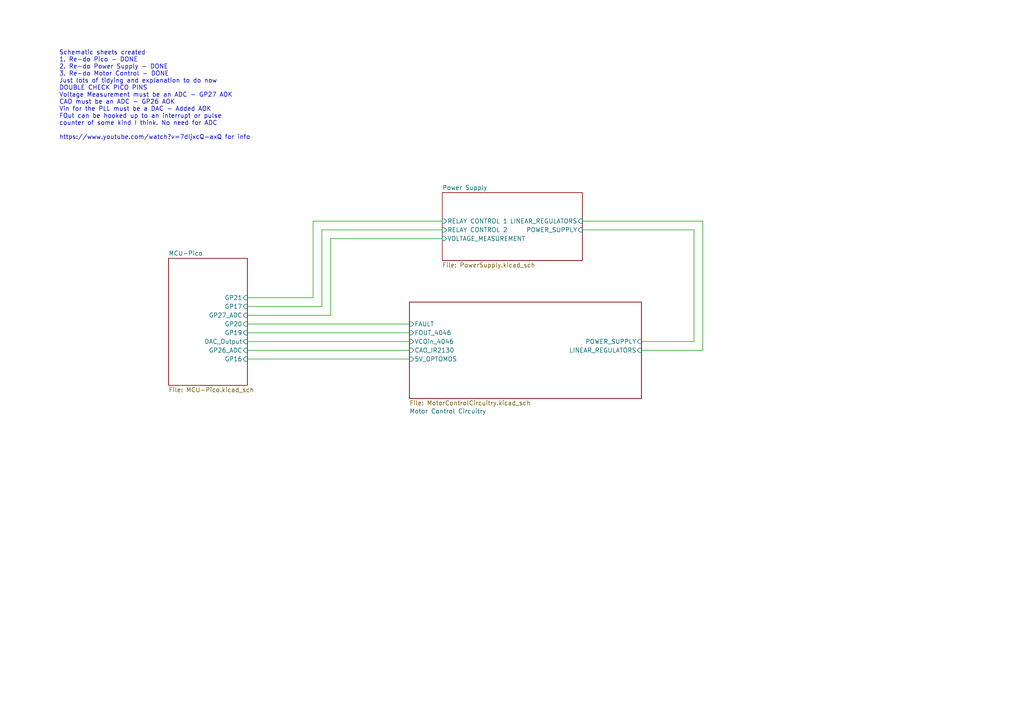
<source format=kicad_sch>
(kicad_sch (version 20211123) (generator eeschema)

  (uuid 4a54c707-7b6f-4a3d-a74d-5e3526114aba)

  (paper "A4")

  (lib_symbols
  )


  (wire (pts (xy 93.345 88.9) (xy 93.345 66.675))
    (stroke (width 0) (type default) (color 0 0 0 0))
    (uuid 02947a37-0ffe-4f3d-b0e5-a8541e4bec34)
  )
  (wire (pts (xy 168.91 64.135) (xy 203.835 64.135))
    (stroke (width 0) (type default) (color 0 0 0 0))
    (uuid 08cab20d-7aee-4605-ba02-34c9da6a9857)
  )
  (wire (pts (xy 71.755 96.52) (xy 118.745 96.52))
    (stroke (width 0) (type default) (color 0 0 0 0))
    (uuid 18feda11-f66f-4548-8a56-921f4b2f8256)
  )
  (wire (pts (xy 90.805 86.36) (xy 71.755 86.36))
    (stroke (width 0) (type default) (color 0 0 0 0))
    (uuid 1dc71421-6bc6-44d2-82f7-39d9875e5df8)
  )
  (wire (pts (xy 201.295 99.06) (xy 201.295 66.675))
    (stroke (width 0) (type default) (color 0 0 0 0))
    (uuid 2427a466-e02b-4d26-9cda-138feddda097)
  )
  (wire (pts (xy 95.885 69.215) (xy 95.885 91.44))
    (stroke (width 0) (type default) (color 0 0 0 0))
    (uuid 2f5ae12b-87ec-4dcc-9c42-8f4db1096ec2)
  )
  (wire (pts (xy 71.755 104.14) (xy 118.745 104.14))
    (stroke (width 0) (type default) (color 0 0 0 0))
    (uuid 3083bf43-dd78-431e-a8b7-b9202d76737b)
  )
  (wire (pts (xy 71.755 88.9) (xy 93.345 88.9))
    (stroke (width 0) (type default) (color 0 0 0 0))
    (uuid 3914ed61-0b09-452b-a6a7-5c4d2043209e)
  )
  (wire (pts (xy 128.27 64.135) (xy 90.805 64.135))
    (stroke (width 0) (type default) (color 0 0 0 0))
    (uuid 3b7c6b22-bc4e-40bc-ad18-5832a0cdaefd)
  )
  (wire (pts (xy 71.755 99.06) (xy 118.745 99.06))
    (stroke (width 0) (type default) (color 0 0 0 0))
    (uuid 3d0d2899-c889-4f69-99db-8e88fa4e348b)
  )
  (wire (pts (xy 203.835 64.135) (xy 203.835 101.6))
    (stroke (width 0) (type default) (color 0 0 0 0))
    (uuid 6381d8d3-e917-456d-83b0-76c44d51c873)
  )
  (wire (pts (xy 128.27 69.215) (xy 95.885 69.215))
    (stroke (width 0) (type default) (color 0 0 0 0))
    (uuid 7778f697-ce1f-4a6a-9814-80995fefdafb)
  )
  (wire (pts (xy 203.835 101.6) (xy 186.055 101.6))
    (stroke (width 0) (type default) (color 0 0 0 0))
    (uuid 92c85e40-cb8c-4b74-8b25-87d7b32a87e6)
  )
  (wire (pts (xy 71.755 91.44) (xy 95.885 91.44))
    (stroke (width 0) (type default) (color 0 0 0 0))
    (uuid 9e40d6f3-e832-43d2-af4f-4633848d4b4d)
  )
  (wire (pts (xy 90.805 64.135) (xy 90.805 86.36))
    (stroke (width 0) (type default) (color 0 0 0 0))
    (uuid a6d22bce-cd3a-4e05-b15a-d78852c0e25d)
  )
  (wire (pts (xy 71.755 101.6) (xy 118.745 101.6))
    (stroke (width 0) (type default) (color 0 0 0 0))
    (uuid b65aa04b-a31d-4a3d-bfe6-7f4d5a559cf9)
  )
  (wire (pts (xy 93.345 66.675) (xy 128.27 66.675))
    (stroke (width 0) (type default) (color 0 0 0 0))
    (uuid b74587e0-8d6c-4969-b4a7-ceaf6d7319aa)
  )
  (wire (pts (xy 71.755 93.98) (xy 118.745 93.98))
    (stroke (width 0) (type default) (color 0 0 0 0))
    (uuid be214276-4a51-4ab1-8fac-0660f5cf079f)
  )
  (wire (pts (xy 201.295 66.675) (xy 168.91 66.675))
    (stroke (width 0) (type default) (color 0 0 0 0))
    (uuid e89a6a77-f882-4839-aa98-7b86f5d82abf)
  )
  (wire (pts (xy 186.055 99.06) (xy 201.295 99.06))
    (stroke (width 0) (type default) (color 0 0 0 0))
    (uuid ec3184aa-4f7b-4bc3-b434-1fd64a726e4d)
  )

  (text "Schematic sheets created\n1. Re-do Pico - DONE\n2. Re-do Power Supply - DONE\n3. Re-do Motor Control - DONE\nJust lots of tidying and explanation to do now\nDOUBLE CHECK PICO PINS\nVoltage Measurement must be an ADC - GP27 AOK\nCAO must be an ADC - GP26 AOK\nVin for the PLL must be a DAC - Added AOK\nFOut can be hooked up to an interrupt or pulse\ncounter of some kind I think. No need for ADC\n\nhttps://www.youtube.com/watch?v=7dIjxcQ-axQ for info"
    (at 17.145 40.64 0)
    (effects (font (size 1.27 1.27)) (justify left bottom))
    (uuid 547fe4ad-246e-4c4c-a260-e58861f20087)
  )

  (sheet (at 128.27 55.88) (size 40.64 19.685) (fields_autoplaced)
    (stroke (width 0.1524) (type solid) (color 0 0 0 0))
    (fill (color 0 0 0 0.0000))
    (uuid c8c4a407-8e5b-468b-b9e4-0529e3531337)
    (property "Sheet name" "Power Supply" (id 0) (at 128.27 55.1684 0)
      (effects (font (size 1.27 1.27)) (justify left bottom))
    )
    (property "Sheet file" "PowerSupply.kicad_sch" (id 1) (at 128.27 76.1496 0)
      (effects (font (size 1.27 1.27)) (justify left top))
    )
    (pin "LINEAR_REGULATORS" input (at 168.91 64.135 0)
      (effects (font (size 1.27 1.27)) (justify right))
      (uuid ec5e87fd-389f-49bf-803a-7e926ec1a082)
    )
    (pin "RELAY CONTROL 1" input (at 128.27 64.135 180)
      (effects (font (size 1.27 1.27)) (justify left))
      (uuid 85558922-8737-450c-95f3-a7ba030f2f0a)
    )
    (pin "RELAY CONTROL 2" input (at 128.27 66.675 180)
      (effects (font (size 1.27 1.27)) (justify left))
      (uuid af42b7be-c003-4da3-b09b-c8c5a2d7a808)
    )
    (pin "POWER_SUPPLY" input (at 168.91 66.675 0)
      (effects (font (size 1.27 1.27)) (justify right))
      (uuid 59bb050e-d423-4308-a118-5805ec29b364)
    )
    (pin "VOLTAGE_MEASUREMENT" input (at 128.27 69.215 180)
      (effects (font (size 1.27 1.27)) (justify left))
      (uuid 598b5738-4be6-45b6-9205-693da7cff9d5)
    )
  )

  (sheet (at 48.895 74.93) (size 22.86 36.83) (fields_autoplaced)
    (stroke (width 0.1524) (type solid) (color 0 0 0 0))
    (fill (color 0 0 0 0.0000))
    (uuid d6065a19-0b79-41fb-9ebd-95029b65316d)
    (property "Sheet name" "MCU-Pico" (id 0) (at 48.895 74.2184 0)
      (effects (font (size 1.27 1.27)) (justify left bottom))
    )
    (property "Sheet file" "MCU-Pico.kicad_sch" (id 1) (at 48.895 112.3446 0)
      (effects (font (size 1.27 1.27)) (justify left top))
    )
    (pin "GP16" input (at 71.755 104.14 0)
      (effects (font (size 1.27 1.27)) (justify right))
      (uuid bba45a0d-0783-4d59-b339-760c81aef800)
    )
    (pin "GP20" input (at 71.755 93.98 0)
      (effects (font (size 1.27 1.27)) (justify right))
      (uuid 7a6a6b94-bb72-43e1-8be9-d3807f8617ba)
    )
    (pin "GP19" input (at 71.755 96.52 0)
      (effects (font (size 1.27 1.27)) (justify right))
      (uuid d87fb1b8-a56c-4f5f-9061-c650974cc3da)
    )
    (pin "GP17" input (at 71.755 88.9 0)
      (effects (font (size 1.27 1.27)) (justify right))
      (uuid 9362b487-9788-481e-8721-b862b08a4ea0)
    )
    (pin "GP21" input (at 71.755 86.36 0)
      (effects (font (size 1.27 1.27)) (justify right))
      (uuid 7b9d07ae-cf26-42fd-a8a7-0c44032c4fec)
    )
    (pin "GP27_ADC" input (at 71.755 91.44 0)
      (effects (font (size 1.27 1.27)) (justify right))
      (uuid 9c895c65-5431-4ec3-8e0e-73dd75530bf4)
    )
    (pin "GP26_ADC" input (at 71.755 101.6 0)
      (effects (font (size 1.27 1.27)) (justify right))
      (uuid 368cc3ae-4fbe-4585-bc2d-67d8ddf0f52b)
    )
    (pin "DAC_Output" input (at 71.755 99.06 0)
      (effects (font (size 1.27 1.27)) (justify right))
      (uuid ecd71e74-2228-4ba2-9b3b-882dd088c5c6)
    )
  )

  (sheet (at 118.745 87.63) (size 67.31 27.94)
    (stroke (width 0.1524) (type solid) (color 0 0 0 0))
    (fill (color 0 0 0 0.0000))
    (uuid e3159fc2-e077-40b4-a7d7-38b7559f3c41)
    (property "Sheet name" "Motor Control Circuitry" (id 0) (at 118.745 120.015 0)
      (effects (font (size 1.27 1.27)) (justify left bottom))
    )
    (property "Sheet file" "MotorControlCircuitry.kicad_sch" (id 1) (at 118.745 116.1546 0)
      (effects (font (size 1.27 1.27)) (justify left top))
    )
    (pin "FAULT" input (at 118.745 93.98 180)
      (effects (font (size 1.27 1.27)) (justify left))
      (uuid b9a29201-1452-4a97-a287-c14e2edce903)
    )
    (pin "CAO_IR2130" input (at 118.745 101.6 180)
      (effects (font (size 1.27 1.27)) (justify left))
      (uuid bce58dfc-bfdc-4619-bb39-333542bf4eb4)
    )
    (pin "VCOin_4046" input (at 118.745 99.06 180)
      (effects (font (size 1.27 1.27)) (justify left))
      (uuid 71389ba3-5975-43c0-be26-657886e74dc9)
    )
    (pin "FOUT_4046" input (at 118.745 96.52 180)
      (effects (font (size 1.27 1.27)) (justify left))
      (uuid 2363a819-1f6b-4c98-ad0e-1279777a24c3)
    )
    (pin "LINEAR_REGULATORS" input (at 186.055 101.6 0)
      (effects (font (size 1.27 1.27)) (justify right))
      (uuid bc920a33-f345-41bf-9fbd-5a76c332c27c)
    )
    (pin "5V_OPTOMOS" input (at 118.745 104.14 180)
      (effects (font (size 1.27 1.27)) (justify left))
      (uuid b9e22103-efe1-4d1a-9391-f95a5d107f44)
    )
    (pin "POWER_SUPPLY" input (at 186.055 99.06 0)
      (effects (font (size 1.27 1.27)) (justify right))
      (uuid 5515323b-d3f6-42a8-a169-e953a125566a)
    )
  )

  (sheet_instances
    (path "/" (page "1"))
    (path "/d6065a19-0b79-41fb-9ebd-95029b65316d" (page "2"))
    (path "/c8c4a407-8e5b-468b-b9e4-0529e3531337" (page "3"))
    (path "/e3159fc2-e077-40b4-a7d7-38b7559f3c41" (page "4"))
  )

  (symbol_instances
    (path "/d6065a19-0b79-41fb-9ebd-95029b65316d/211e976b-2999-4aa7-ab45-75f838909ab1"
      (reference "#FLG0101") (unit 1) (value "PWR_FLAG") (footprint "")
    )
    (path "/c8c4a407-8e5b-468b-b9e4-0529e3531337/37e0fd42-4198-4a51-bd03-04140299508f"
      (reference "#FLG0102") (unit 1) (value "PWR_FLAG") (footprint "")
    )
    (path "/e3159fc2-e077-40b4-a7d7-38b7559f3c41/412193fd-cccb-4f47-9f3a-3254845dfe3c"
      (reference "#FLG0103") (unit 1) (value "PWR_FLAG") (footprint "")
    )
    (path "/e3159fc2-e077-40b4-a7d7-38b7559f3c41/41fc7f9b-48c5-4f54-b21f-a45ae82909e4"
      (reference "#FLG0104") (unit 1) (value "PWR_FLAG") (footprint "")
    )
    (path "/d6065a19-0b79-41fb-9ebd-95029b65316d/66655ca4-0ea9-43ce-8305-5d552309fa1c"
      (reference "#PWR01") (unit 1) (value "+5V") (footprint "")
    )
    (path "/c8c4a407-8e5b-468b-b9e4-0529e3531337/9b578fa4-232b-4436-ba68-c8442bd1bb0f"
      (reference "#PWR02") (unit 1) (value "GND") (footprint "")
    )
    (path "/c8c4a407-8e5b-468b-b9e4-0529e3531337/fd9abb98-b544-4168-b2e9-bf8f1c05c5d4"
      (reference "#PWR03") (unit 1) (value "+15V") (footprint "")
    )
    (path "/c8c4a407-8e5b-468b-b9e4-0529e3531337/edddb933-231f-45a9-9d32-245e17ef0d2b"
      (reference "#PWR04") (unit 1) (value "GND") (footprint "")
    )
    (path "/d6065a19-0b79-41fb-9ebd-95029b65316d/864b4c09-75ce-4c00-9e30-f8ef4fca1ee4"
      (reference "#PWR05") (unit 1) (value "GND") (footprint "")
    )
    (path "/c8c4a407-8e5b-468b-b9e4-0529e3531337/a95e9d73-924e-4d56-a023-62f02cc3c0dd"
      (reference "#PWR06") (unit 1) (value "+5V") (footprint "")
    )
    (path "/c8c4a407-8e5b-468b-b9e4-0529e3531337/f6dda3ed-7172-4e28-bdbe-d4ea4ac27372"
      (reference "#PWR07") (unit 1) (value "+15V") (footprint "")
    )
    (path "/d6065a19-0b79-41fb-9ebd-95029b65316d/a9633bd9-0fdb-44ba-9ceb-ffd64f086d8d"
      (reference "#PWR08") (unit 1) (value "GND") (footprint "")
    )
    (path "/c8c4a407-8e5b-468b-b9e4-0529e3531337/210dbaa0-c399-4142-b9d2-f40d628a5b89"
      (reference "#PWR09") (unit 1) (value "+15V") (footprint "")
    )
    (path "/c8c4a407-8e5b-468b-b9e4-0529e3531337/8f0895d4-3fcb-4902-a04f-20cfdaa5a8d9"
      (reference "#PWR010") (unit 1) (value "+5V") (footprint "")
    )
    (path "/c8c4a407-8e5b-468b-b9e4-0529e3531337/04733a9a-8c3f-43e8-8570-5452b01e4395"
      (reference "#PWR011") (unit 1) (value "GND") (footprint "")
    )
    (path "/e3159fc2-e077-40b4-a7d7-38b7559f3c41/fcef2c9d-7a35-4430-9efd-b5995bec452e"
      (reference "#PWR012") (unit 1) (value "GND") (footprint "")
    )
    (path "/e3159fc2-e077-40b4-a7d7-38b7559f3c41/7b357c9a-5c34-479a-b18d-25d80206b232"
      (reference "#PWR013") (unit 1) (value "GND") (footprint "")
    )
    (path "/e3159fc2-e077-40b4-a7d7-38b7559f3c41/3eb8cf7a-0c13-4c15-9f3b-f74a87197fc1"
      (reference "#PWR014") (unit 1) (value "GND") (footprint "")
    )
    (path "/e3159fc2-e077-40b4-a7d7-38b7559f3c41/af5017a0-5651-4889-87bb-c6ebfb9b5a5c"
      (reference "#PWR015") (unit 1) (value "+5V") (footprint "")
    )
    (path "/e3159fc2-e077-40b4-a7d7-38b7559f3c41/0e70019a-9ae4-4ab0-b156-6512ecb345bf"
      (reference "#PWR016") (unit 1) (value "+15V") (footprint "")
    )
    (path "/d6065a19-0b79-41fb-9ebd-95029b65316d/0992e06d-f158-4cb2-845d-3a64ac193b89"
      (reference "#PWR017") (unit 1) (value "GND") (footprint "")
    )
    (path "/d6065a19-0b79-41fb-9ebd-95029b65316d/483a72d6-31c8-48ae-8ad5-7065b6d74c69"
      (reference "#PWR018") (unit 1) (value "GND") (footprint "")
    )
    (path "/d6065a19-0b79-41fb-9ebd-95029b65316d/8cbeacf6-dad4-435b-aef4-1670b87bb73a"
      (reference "#PWR019") (unit 1) (value "GND") (footprint "")
    )
    (path "/d6065a19-0b79-41fb-9ebd-95029b65316d/b795a5e6-c3d3-4fe9-9ef8-28d73d2867dc"
      (reference "#PWR020") (unit 1) (value "GND") (footprint "")
    )
    (path "/d6065a19-0b79-41fb-9ebd-95029b65316d/3e692965-d700-4c46-a3a6-40e4a3addd69"
      (reference "#PWR021") (unit 1) (value "GND") (footprint "")
    )
    (path "/d6065a19-0b79-41fb-9ebd-95029b65316d/7e41563d-b3a2-4d99-8752-7b32b3421dcc"
      (reference "#PWR022") (unit 1) (value "GND") (footprint "")
    )
    (path "/d6065a19-0b79-41fb-9ebd-95029b65316d/63dc0e67-4086-4424-805d-4e9167e2b1f4"
      (reference "#PWR023") (unit 1) (value "GND") (footprint "")
    )
    (path "/d6065a19-0b79-41fb-9ebd-95029b65316d/a6957912-ad94-41e5-a2db-c1f7f08af366"
      (reference "#PWR024") (unit 1) (value "GND") (footprint "")
    )
    (path "/d6065a19-0b79-41fb-9ebd-95029b65316d/6a50add3-1e3a-49e3-910f-59bbc671fcd4"
      (reference "#PWR025") (unit 1) (value "GND") (footprint "")
    )
    (path "/d6065a19-0b79-41fb-9ebd-95029b65316d/f7b62edf-5941-425b-b332-a64e62b0bd15"
      (reference "#PWR026") (unit 1) (value "GND") (footprint "")
    )
    (path "/d6065a19-0b79-41fb-9ebd-95029b65316d/8b793b9d-f2c3-4d94-983b-dc6956ceffe4"
      (reference "#PWR027") (unit 1) (value "GND") (footprint "")
    )
    (path "/d6065a19-0b79-41fb-9ebd-95029b65316d/0f427b71-0dc7-4edf-9d6c-287732a976c1"
      (reference "#PWR028") (unit 1) (value "GND") (footprint "")
    )
    (path "/d6065a19-0b79-41fb-9ebd-95029b65316d/d9886357-4161-44db-ac61-497a9b2a132b"
      (reference "#PWR029") (unit 1) (value "+5V") (footprint "")
    )
    (path "/d6065a19-0b79-41fb-9ebd-95029b65316d/9c6ecac7-2598-4f69-844c-77ffdce49586"
      (reference "#PWR030") (unit 1) (value "GND") (footprint "")
    )
    (path "/d6065a19-0b79-41fb-9ebd-95029b65316d/67c97025-1a1c-42e3-b522-0e3ec244b4d4"
      (reference "#PWR031") (unit 1) (value "GND") (footprint "")
    )
    (path "/e3159fc2-e077-40b4-a7d7-38b7559f3c41/11145393-af02-4ccc-a645-6a53c43a5b4c"
      (reference "#PWR032") (unit 1) (value "GND") (footprint "")
    )
    (path "/e3159fc2-e077-40b4-a7d7-38b7559f3c41/74bf3cbf-95d5-444c-9d14-e137cf362800"
      (reference "#PWR033") (unit 1) (value "GND") (footprint "")
    )
    (path "/e3159fc2-e077-40b4-a7d7-38b7559f3c41/c4306a9b-0c71-4e8c-8362-9cb76751759c"
      (reference "#PWR034") (unit 1) (value "+5V") (footprint "")
    )
    (path "/e3159fc2-e077-40b4-a7d7-38b7559f3c41/3191e6dc-8703-40a5-8ba7-790ea8d22a6b"
      (reference "#PWR035") (unit 1) (value "GND") (footprint "")
    )
    (path "/e3159fc2-e077-40b4-a7d7-38b7559f3c41/f3b3bb04-039d-4c43-a483-0607f571e035"
      (reference "#PWR036") (unit 1) (value "GND") (footprint "")
    )
    (path "/e3159fc2-e077-40b4-a7d7-38b7559f3c41/c9814dda-3d47-41f5-88d2-299e7cb46bd0"
      (reference "#PWR037") (unit 1) (value "GND") (footprint "")
    )
    (path "/e3159fc2-e077-40b4-a7d7-38b7559f3c41/de267f75-7b5b-48c2-8c26-4b32e5b5ff61"
      (reference "#PWR038") (unit 1) (value "GND") (footprint "")
    )
    (path "/d6065a19-0b79-41fb-9ebd-95029b65316d/b7f56859-0387-467f-b8c5-65956b951b38"
      (reference "#PWR039") (unit 1) (value "GND") (footprint "")
    )
    (path "/d6065a19-0b79-41fb-9ebd-95029b65316d/429edf3a-7830-4510-b4a9-8d766632f449"
      (reference "#PWR040") (unit 1) (value "GND") (footprint "")
    )
    (path "/d6065a19-0b79-41fb-9ebd-95029b65316d/d222f212-ae7d-4f79-8c22-f5fa0b71940f"
      (reference "#PWR041") (unit 1) (value "GND") (footprint "")
    )
    (path "/e3159fc2-e077-40b4-a7d7-38b7559f3c41/c475eb67-bd82-459e-a59b-3a6d7f513e1d"
      (reference "#PWR042") (unit 1) (value "GND") (footprint "")
    )
    (path "/d6065a19-0b79-41fb-9ebd-95029b65316d/fd84bd85-6d48-4dfd-a214-2ef155da4c5e"
      (reference "#PWR043") (unit 1) (value "GND") (footprint "")
    )
    (path "/d6065a19-0b79-41fb-9ebd-95029b65316d/6531b0d9-ea51-4823-bc84-c49c12b5a239"
      (reference "#PWR044") (unit 1) (value "GND") (footprint "")
    )
    (path "/d6065a19-0b79-41fb-9ebd-95029b65316d/73af521c-9c11-4c1b-a0a3-a1dc13e67a4c"
      (reference "#PWR045") (unit 1) (value "GND") (footprint "")
    )
    (path "/d6065a19-0b79-41fb-9ebd-95029b65316d/e76fa361-22a8-4a19-af24-e3cf545f1bb0"
      (reference "#PWR0101") (unit 1) (value "+3.3V") (footprint "")
    )
    (path "/d6065a19-0b79-41fb-9ebd-95029b65316d/97546f45-057a-46c5-9dc5-f9329cbacddd"
      (reference "#PWR0102") (unit 1) (value "+3.3V") (footprint "")
    )
    (path "/c8c4a407-8e5b-468b-b9e4-0529e3531337/84d8dcef-a0bf-4f94-bb34-be4c0d30d9d1"
      (reference "#PWR0103") (unit 1) (value "GND") (footprint "")
    )
    (path "/e3159fc2-e077-40b4-a7d7-38b7559f3c41/2cdba5c9-7369-48c7-ba1b-8b01ce726750"
      (reference "#PWR0104") (unit 1) (value "+5V") (footprint "")
    )
    (path "/e3159fc2-e077-40b4-a7d7-38b7559f3c41/273a85e1-9607-41e4-9ce2-3e96a0838c53"
      (reference "#PWR0105") (unit 1) (value "+15V") (footprint "")
    )
    (path "/c8c4a407-8e5b-468b-b9e4-0529e3531337/cac6c4b8-7751-4a4f-8b2d-f2b3fade67df"
      (reference "#T1") (unit 1) (value "Transformer_1P_SS") (footprint "")
    )
    (path "/c8c4a407-8e5b-468b-b9e4-0529e3531337/703461a4-f2eb-4aed-9aa8-ffbc2cfe58d8"
      (reference "#T2") (unit 1) (value "Transformer_1P_SS") (footprint "")
    )
    (path "/c8c4a407-8e5b-468b-b9e4-0529e3531337/9b9a3d4a-8f98-498c-9191-e06230fcf92c"
      (reference "C1") (unit 1) (value "330uF 100v") (footprint "")
    )
    (path "/c8c4a407-8e5b-468b-b9e4-0529e3531337/3c4269d9-f716-448b-9e72-1a13b174b20d"
      (reference "C2") (unit 1) (value "330uF 100v") (footprint "")
    )
    (path "/c8c4a407-8e5b-468b-b9e4-0529e3531337/790defcc-505f-45b8-900b-dc784bbd2c81"
      (reference "C3") (unit 1) (value "330uF 100v") (footprint "")
    )
    (path "/c8c4a407-8e5b-468b-b9e4-0529e3531337/a516878a-1579-4eca-aa04-2e94af7db222"
      (reference "C4") (unit 1) (value "330uF 100v") (footprint "")
    )
    (path "/c8c4a407-8e5b-468b-b9e4-0529e3531337/c2105064-59eb-426f-9e3f-f48ea4a4e043"
      (reference "C5") (unit 1) (value "0.1u") (footprint "Capacitor_SMD:C_0603_1608Metric_Pad1.08x0.95mm_HandSolder")
    )
    (path "/c8c4a407-8e5b-468b-b9e4-0529e3531337/f40da587-ebdc-4b2f-a503-848be4371e43"
      (reference "C6") (unit 1) (value "330uF 100v") (footprint "")
    )
    (path "/d6065a19-0b79-41fb-9ebd-95029b65316d/5c885e23-1d3a-4eb3-b305-b2dcb2e5f596"
      (reference "C7") (unit 1) (value "0.1u") (footprint "Capacitor_SMD:C_0603_1608Metric")
    )
    (path "/d6065a19-0b79-41fb-9ebd-95029b65316d/2de84b92-5717-4311-a6bb-10dd2fbf95cc"
      (reference "C8") (unit 1) (value "1u") (footprint "")
    )
    (path "/d6065a19-0b79-41fb-9ebd-95029b65316d/4e3002b6-a06d-49bf-bc4e-a52b479e9788"
      (reference "C9") (unit 1) (value "10u") (footprint "")
    )
    (path "/d6065a19-0b79-41fb-9ebd-95029b65316d/d427441f-d205-4bcd-acff-78ded9ef400d"
      (reference "C14") (unit 1) (value "4.7u") (footprint "Capacitor_SMD:C_0603_1608Metric_Pad1.08x0.95mm_HandSolder")
    )
    (path "/e3159fc2-e077-40b4-a7d7-38b7559f3c41/acf18b65-4f82-4075-946f-11a440a0de2a"
      (reference "C32") (unit 1) (value "3.9n") (footprint "Capacitor_SMD:C_0603_1608Metric_Pad1.08x0.95mm_HandSolder")
    )
    (path "/e3159fc2-e077-40b4-a7d7-38b7559f3c41/6ff9975c-a358-43f7-82ba-b20f2bb1b426"
      (reference "C33") (unit 1) (value "4.7u") (footprint "Capacitor_SMD:C_0603_1608Metric_Pad1.08x0.95mm_HandSolder")
    )
    (path "/e3159fc2-e077-40b4-a7d7-38b7559f3c41/286dfa50-291f-4dd1-8462-10cb1b4c4859"
      (reference "C34") (unit 1) (value "4.7u") (footprint "Capacitor_SMD:C_0603_1608Metric_Pad1.08x0.95mm_HandSolder")
    )
    (path "/e3159fc2-e077-40b4-a7d7-38b7559f3c41/10c91262-ee06-41e8-9684-f409cef1e548"
      (reference "C35") (unit 1) (value "4.7u") (footprint "Capacitor_SMD:C_0603_1608Metric_Pad1.08x0.95mm_HandSolder")
    )
    (path "/e3159fc2-e077-40b4-a7d7-38b7559f3c41/15a61586-4b24-4680-8f4f-f3064f57b31a"
      (reference "C36") (unit 1) (value "4.7u") (footprint "Capacitor_SMD:C_0603_1608Metric_Pad1.08x0.95mm_HandSolder")
    )
    (path "/e3159fc2-e077-40b4-a7d7-38b7559f3c41/b70ac2c3-69eb-48a1-a917-78d2851d47d2"
      (reference "C37") (unit 1) (value "4.7u") (footprint "Capacitor_SMD:C_0603_1608Metric_Pad1.08x0.95mm_HandSolder")
    )
    (path "/e3159fc2-e077-40b4-a7d7-38b7559f3c41/928c18c9-244c-4b4a-9d95-08937e721c3a"
      (reference "C38") (unit 1) (value "4.7u") (footprint "Capacitor_SMD:C_0603_1608Metric_Pad1.08x0.95mm_HandSolder")
    )
    (path "/e3159fc2-e077-40b4-a7d7-38b7559f3c41/c8814203-6599-480b-ab1f-fc44591b0fc2"
      (reference "C39") (unit 1) (value "4.7u") (footprint "Capacitor_SMD:C_0603_1608Metric_Pad1.08x0.95mm_HandSolder")
    )
    (path "/e3159fc2-e077-40b4-a7d7-38b7559f3c41/1c650b4d-38b8-49c6-b5ca-a7231d311fe2"
      (reference "C40") (unit 1) (value "4.7u") (footprint "Capacitor_SMD:C_0603_1608Metric_Pad1.08x0.95mm_HandSolder")
    )
    (path "/e3159fc2-e077-40b4-a7d7-38b7559f3c41/a6139dab-7ccf-45df-bdd8-d65cfb4ac4a4"
      (reference "C41") (unit 1) (value "4.7u") (footprint "Capacitor_SMD:C_0603_1608Metric_Pad1.08x0.95mm_HandSolder")
    )
    (path "/e3159fc2-e077-40b4-a7d7-38b7559f3c41/2c4ea1d7-b06c-40b8-8c4e-1f2bd6614cdf"
      (reference "C42") (unit 1) (value "4.7u") (footprint "Capacitor_SMD:C_0603_1608Metric_Pad1.08x0.95mm_HandSolder")
    )
    (path "/e3159fc2-e077-40b4-a7d7-38b7559f3c41/e28481b3-93e6-42fe-84ad-93db72ead52b"
      (reference "C43") (unit 1) (value "4.7u") (footprint "Capacitor_SMD:C_0603_1608Metric_Pad1.08x0.95mm_HandSolder")
    )
    (path "/e3159fc2-e077-40b4-a7d7-38b7559f3c41/ecb8be02-dd80-40dc-9e5a-646b1d854c47"
      (reference "C44") (unit 1) (value "4.7u") (footprint "Capacitor_SMD:C_0603_1608Metric_Pad1.08x0.95mm_HandSolder")
    )
    (path "/e3159fc2-e077-40b4-a7d7-38b7559f3c41/129ca8a5-a64a-4612-b40d-5dbe0242c453"
      (reference "C45") (unit 1) (value "4.7u") (footprint "Capacitor_SMD:C_0603_1608Metric_Pad1.08x0.95mm_HandSolder")
    )
    (path "/e3159fc2-e077-40b4-a7d7-38b7559f3c41/1624a308-ddbc-4682-8ede-f484c4e64c4b"
      (reference "C46") (unit 1) (value "4.7u") (footprint "Capacitor_SMD:C_0603_1608Metric_Pad1.08x0.95mm_HandSolder")
    )
    (path "/e3159fc2-e077-40b4-a7d7-38b7559f3c41/5aeb4e86-5524-46f0-8a1b-010269612518"
      (reference "C47") (unit 1) (value "4.7u") (footprint "Capacitor_SMD:C_0603_1608Metric_Pad1.08x0.95mm_HandSolder")
    )
    (path "/e3159fc2-e077-40b4-a7d7-38b7559f3c41/db0b8493-d7ac-4e4c-9bce-772ced225f30"
      (reference "C48") (unit 1) (value "4.7u") (footprint "Capacitor_SMD:C_0603_1608Metric_Pad1.08x0.95mm_HandSolder")
    )
    (path "/e3159fc2-e077-40b4-a7d7-38b7559f3c41/22f1ba67-07f6-4858-a5b6-656d0f8834c2"
      (reference "C49") (unit 1) (value "4.7u") (footprint "Capacitor_SMD:C_0603_1608Metric_Pad1.08x0.95mm_HandSolder")
    )
    (path "/e3159fc2-e077-40b4-a7d7-38b7559f3c41/ea18c930-0e88-4819-abae-6413f6092c25"
      (reference "C50") (unit 1) (value "4.7u") (footprint "Capacitor_SMD:C_0603_1608Metric_Pad1.08x0.95mm_HandSolder")
    )
    (path "/e3159fc2-e077-40b4-a7d7-38b7559f3c41/6e5a24fc-688d-494a-a643-6ae5bedce38c"
      (reference "C51") (unit 1) (value "4.7u") (footprint "Capacitor_SMD:C_0603_1608Metric_Pad1.08x0.95mm_HandSolder")
    )
    (path "/e3159fc2-e077-40b4-a7d7-38b7559f3c41/f27a588d-1175-4229-9998-28996a24c437"
      (reference "C52") (unit 1) (value "4.7u") (footprint "Capacitor_SMD:C_0603_1608Metric_Pad1.08x0.95mm_HandSolder")
    )
    (path "/e3159fc2-e077-40b4-a7d7-38b7559f3c41/fa543b72-ccd4-4d24-879f-c8afe49787af"
      (reference "C53") (unit 1) (value "4.7u") (footprint "Capacitor_SMD:C_0603_1608Metric_Pad1.08x0.95mm_HandSolder")
    )
    (path "/e3159fc2-e077-40b4-a7d7-38b7559f3c41/d52f570a-90d2-4bb8-ad43-bc4eeb844a0c"
      (reference "C54") (unit 1) (value "4.7u") (footprint "Capacitor_SMD:C_0603_1608Metric_Pad1.08x0.95mm_HandSolder")
    )
    (path "/e3159fc2-e077-40b4-a7d7-38b7559f3c41/474ad4ac-9054-4cbf-b2c3-2aee67da9940"
      (reference "C55") (unit 1) (value "4.7u") (footprint "Capacitor_SMD:C_0603_1608Metric_Pad1.08x0.95mm_HandSolder")
    )
    (path "/c8c4a407-8e5b-468b-b9e4-0529e3531337/367a7423-1602-4a2a-892f-716a7bd497c1"
      (reference "D1") (unit 1) (value "D_Bridge_+-AA") (footprint "Diode_SMD:Diode_Bridge_Vishay_DFSFlat")
    )
    (path "/c8c4a407-8e5b-468b-b9e4-0529e3531337/6783ca09-07a4-4bb4-9582-03c690dd8af1"
      (reference "D2") (unit 1) (value "D") (footprint "Diode_SMD:D_SOD-323F")
    )
    (path "/c8c4a407-8e5b-468b-b9e4-0529e3531337/424496a4-000b-42a4-becf-c201cd8e45ea"
      (reference "D3") (unit 1) (value "D") (footprint "Diode_SMD:D_SOD-323F")
    )
    (path "/c8c4a407-8e5b-468b-b9e4-0529e3531337/4cf0fa0d-d376-4bea-802d-a8e6ba2cd96a"
      (reference "D4") (unit 1) (value "D_Bridge_+-AA") (footprint "Diode_THT:Diode_Bridge_19.0x3.5x10.0mm_P5.0mm")
    )
    (path "/c8c4a407-8e5b-468b-b9e4-0529e3531337/58cd3448-dd96-477b-8c5e-585a85090ac6"
      (reference "D5") (unit 1) (value "1.5KExxA") (footprint "Diode_THT:D_DO-201AE_P15.24mm_Horizontal")
    )
    (path "/c8c4a407-8e5b-468b-b9e4-0529e3531337/36a4d4ce-f409-414a-9970-e6f425f8d2da"
      (reference "D6") (unit 1) (value "1.5KExxA") (footprint "Diode_THT:D_DO-201AE_P15.24mm_Horizontal")
    )
    (path "/c8c4a407-8e5b-468b-b9e4-0529e3531337/6ba94c05-ee5f-4847-b129-633453ae29f2"
      (reference "D7") (unit 1) (value "1.5KExxA") (footprint "Diode_THT:D_DO-201AE_P15.24mm_Horizontal")
    )
    (path "/d6065a19-0b79-41fb-9ebd-95029b65316d/72003427-95e6-4799-a5e3-9fec044657a6"
      (reference "D8") (unit 1) (value "D_Schottky") (footprint "Diode_SMD:D_0805_2012Metric_Pad1.15x1.40mm_HandSolder")
    )
    (path "/e3159fc2-e077-40b4-a7d7-38b7559f3c41/0b46dd1c-57a4-4d34-a081-aa58b25354f8"
      (reference "D9") (unit 1) (value "D") (footprint "Diode_SMD:D_SOT-23_ANK")
    )
    (path "/c8c4a407-8e5b-468b-b9e4-0529e3531337/7e93bc50-ee7f-4b27-afe7-82af466a1397"
      (reference "D10") (unit 1) (value "1.5KExxA") (footprint "Diode_THT:D_DO-201AE_P15.24mm_Horizontal")
    )
    (path "/e3159fc2-e077-40b4-a7d7-38b7559f3c41/0495eb92-b080-4f69-84b9-642d9e19933e"
      (reference "D11") (unit 1) (value "LED") (footprint "LED_SMD:LED_0603_1608Metric")
    )
    (path "/e3159fc2-e077-40b4-a7d7-38b7559f3c41/d94b6bf2-91d6-455a-b51e-832314de61eb"
      (reference "D15") (unit 1) (value "D") (footprint "Diode_SMD:D_SOT-23_ANK")
    )
    (path "/e3159fc2-e077-40b4-a7d7-38b7559f3c41/d90f15ed-4cf5-4728-ba20-6cafd21ecef0"
      (reference "D22") (unit 1) (value "D") (footprint "Diode_SMD:D_SOT-23_ANK")
    )
    (path "/e3159fc2-e077-40b4-a7d7-38b7559f3c41/b40f4ae5-ca41-4bb3-92fe-b011b4bb2cbd"
      (reference "D23") (unit 1) (value "HFA04TB60") (footprint "Package_TO_SOT_SMD:TO-263-2")
    )
    (path "/e3159fc2-e077-40b4-a7d7-38b7559f3c41/243d9178-9527-4549-8fe6-2ac6fa27a940"
      (reference "D24") (unit 1) (value "HFA04TB60") (footprint "Package_TO_SOT_SMD:TO-263-2")
    )
    (path "/e3159fc2-e077-40b4-a7d7-38b7559f3c41/4aab1458-0b9b-4cc6-82fa-4995a52d2f72"
      (reference "D25") (unit 1) (value "HFA04TB60") (footprint "Package_TO_SOT_SMD:TO-263-2")
    )
    (path "/e3159fc2-e077-40b4-a7d7-38b7559f3c41/76940a54-84e6-4e38-b227-9c603852f664"
      (reference "D26") (unit 1) (value "HFA04TB60") (footprint "Package_TO_SOT_SMD:TO-263-2")
    )
    (path "/e3159fc2-e077-40b4-a7d7-38b7559f3c41/00ab73fe-03be-40d1-875a-a17b4406580d"
      (reference "D27") (unit 1) (value "HFA04TB60") (footprint "Package_TO_SOT_SMD:TO-263-2")
    )
    (path "/e3159fc2-e077-40b4-a7d7-38b7559f3c41/1b700361-15c0-43ac-ab2d-1d12a0668c74"
      (reference "D28") (unit 1) (value "HFA04TB60") (footprint "Package_TO_SOT_SMD:TO-263-2")
    )
    (path "/c8c4a407-8e5b-468b-b9e4-0529e3531337/c341c73f-5659-4482-81a0-45cd8e79ddcd"
      (reference "J1") (unit 1) (value "Conn_01x02") (footprint "Connector_PinSocket_2.54mm:PinSocket_1x02_P2.54mm_Vertical")
    )
    (path "/c8c4a407-8e5b-468b-b9e4-0529e3531337/3fff8597-173b-4cc3-99b2-b71007f9a8fb"
      (reference "J2") (unit 1) (value "Conn_01x03") (footprint "Connector_PinSocket_2.54mm:PinSocket_1x03_P2.54mm_Vertical")
    )
    (path "/d6065a19-0b79-41fb-9ebd-95029b65316d/6754c925-df74-404f-ae3d-6b223b91346a"
      (reference "J3") (unit 1) (value "Conn_01x08") (footprint "")
    )
    (path "/d6065a19-0b79-41fb-9ebd-95029b65316d/b6bce7e4-9505-4227-a6cf-195b1b2bf10a"
      (reference "J6") (unit 1) (value "Conn_01x06") (footprint "Connector_PinSocket_2.54mm:PinSocket_1x06_P2.54mm_Vertical")
    )
    (path "/d6065a19-0b79-41fb-9ebd-95029b65316d/5b805951-160b-42c9-a64c-6308f68a581c"
      (reference "J7") (unit 1) (value "Conn_01x02") (footprint "Connector_PinSocket_2.54mm:PinSocket_1x02_P2.54mm_Vertical")
    )
    (path "/e3159fc2-e077-40b4-a7d7-38b7559f3c41/248f5b1a-6c5f-4266-b7d8-d386f4957907"
      (reference "J8") (unit 1) (value "Conn_01x04") (footprint "Connector_PinSocket_2.54mm:PinSocket_1x04_P2.54mm_Vertical")
    )
    (path "/c8c4a407-8e5b-468b-b9e4-0529e3531337/43adb311-c146-442b-b708-307282fda598"
      (reference "K1") (unit 1) (value "J1031C12VDC.15S") (footprint "Relay_THT:Relay_SPDT_HsinDa_Y14")
    )
    (path "/c8c4a407-8e5b-468b-b9e4-0529e3531337/8a3cd433-751f-41c8-be74-02111d6db806"
      (reference "K2") (unit 1) (value "J1031C12VDC.15S") (footprint "Relay_THT:Relay_SPDT_HsinDa_Y14")
    )
    (path "/e3159fc2-e077-40b4-a7d7-38b7559f3c41/8b8a6e1d-d4f9-4b85-83ed-0c433c0ef1d1"
      (reference "L1") (unit 1) (value "3.9 uH") (footprint "")
    )
    (path "/e3159fc2-e077-40b4-a7d7-38b7559f3c41/c3b5fd9a-e213-41cf-891f-f7dad72608c2"
      (reference "L2") (unit 1) (value "3.9 uH") (footprint "")
    )
    (path "/e3159fc2-e077-40b4-a7d7-38b7559f3c41/9e1eac82-5dd6-44c0-b181-cdbea10429d7"
      (reference "L3") (unit 1) (value "3.9 uH") (footprint "")
    )
    (path "/c8c4a407-8e5b-468b-b9e4-0529e3531337/05009985-ff0b-4e8c-8bf3-531243b46b62"
      (reference "Q1") (unit 1) (value "Q_NPN_BCE") (footprint "Package_TO_SOT_SMD:SOT-23")
    )
    (path "/c8c4a407-8e5b-468b-b9e4-0529e3531337/98701b28-1806-47f0-b6a4-62ccbb4b5e7b"
      (reference "Q2") (unit 1) (value "Q_NPN_BCE") (footprint "Package_TO_SOT_SMD:SOT-23")
    )
    (path "/c8c4a407-8e5b-468b-b9e4-0529e3531337/20a75fde-d5f1-4f22-9317-69e6ff73d2da"
      (reference "Q3") (unit 1) (value "Q_NMOS_DSG") (footprint "Package_TO_SOT_THT:TO-3P-3_Vertical")
    )
    (path "/d6065a19-0b79-41fb-9ebd-95029b65316d/f797146c-ad98-4686-a1bc-22b5b9346a85"
      (reference "Q4") (unit 1) (value "Q_NPN_BEC") (footprint "Package_TO_SOT_SMD:TSOT-23")
    )
    (path "/d6065a19-0b79-41fb-9ebd-95029b65316d/4ed4a10c-e2ab-4fdd-8034-b1e5fca5333e"
      (reference "Q5") (unit 1) (value "Q_NPN_BEC") (footprint "Package_TO_SOT_SMD:TSOT-23")
    )
    (path "/d6065a19-0b79-41fb-9ebd-95029b65316d/98a5c2f3-288b-4e83-b653-628f8be4bae8"
      (reference "Q6") (unit 1) (value "Q_NPN_BEC") (footprint "Package_TO_SOT_SMD:TSOT-23")
    )
    (path "/e3159fc2-e077-40b4-a7d7-38b7559f3c41/37d8f8e0-7941-4feb-be8f-f76be1a7e40b"
      (reference "Q10") (unit 1) (value "IRG4PF50W") (footprint "Package_TO_SOT_SMD:TO-252-3_TabPin2")
    )
    (path "/e3159fc2-e077-40b4-a7d7-38b7559f3c41/56df81c8-abf7-4c83-a564-1e38a8443969"
      (reference "Q11") (unit 1) (value "IRG4PF50W") (footprint "Package_TO_SOT_SMD:TO-252-3_TabPin2")
    )
    (path "/e3159fc2-e077-40b4-a7d7-38b7559f3c41/3bdf3aac-3e99-4a66-988f-b72efbf8a991"
      (reference "Q12") (unit 1) (value "IRG4PF50W") (footprint "Package_TO_SOT_SMD:TO-252-3_TabPin2")
    )
    (path "/e3159fc2-e077-40b4-a7d7-38b7559f3c41/06c4c7ef-df6f-4dc8-851b-1fed7ac864a1"
      (reference "Q13") (unit 1) (value "IRG4PF50W") (footprint "Package_TO_SOT_SMD:TO-252-3_TabPin2")
    )
    (path "/e3159fc2-e077-40b4-a7d7-38b7559f3c41/30f03677-222c-4792-9495-e47c3504a522"
      (reference "Q14") (unit 1) (value "IRG4PF50W") (footprint "Package_TO_SOT_SMD:TO-252-3_TabPin2")
    )
    (path "/e3159fc2-e077-40b4-a7d7-38b7559f3c41/9db76cbc-9a98-4c62-803d-5bc29183e64e"
      (reference "Q15") (unit 1) (value "IRG4PF50W") (footprint "Package_TO_SOT_SMD:TO-252-3_TabPin2")
    )
    (path "/c8c4a407-8e5b-468b-b9e4-0529e3531337/addfc0ce-b0d2-4f36-a666-82b3e860e856"
      (reference "R1") (unit 1) (value "100K") (footprint "Resistor_SMD:R_0603_1608Metric")
    )
    (path "/c8c4a407-8e5b-468b-b9e4-0529e3531337/025e7e60-1ee5-4c9c-8975-15be96bef580"
      (reference "R2") (unit 1) (value "8K") (footprint "Resistor_SMD:R_0603_1608Metric")
    )
    (path "/c8c4a407-8e5b-468b-b9e4-0529e3531337/0ea80cae-a8fc-4d0d-9f01-a3711eaa8dc3"
      (reference "R3") (unit 1) (value "100K") (footprint "Resistor_SMD:R_0603_1608Metric")
    )
    (path "/c8c4a407-8e5b-468b-b9e4-0529e3531337/aadeeaf5-2b56-473d-a6b5-a9a93223031f"
      (reference "R4") (unit 1) (value "8K") (footprint "Resistor_SMD:R_0603_1608Metric")
    )
    (path "/c8c4a407-8e5b-468b-b9e4-0529e3531337/be4af17d-e76d-40ea-a36b-6e7f110b0812"
      (reference "R5") (unit 1) (value "150K") (footprint "Resistor_THT:R_Axial_DIN0204_L3.6mm_D1.6mm_P7.62mm_Horizontal")
    )
    (path "/c8c4a407-8e5b-468b-b9e4-0529e3531337/5828f5dc-cfdb-40b8-87c2-46ba67f6630d"
      (reference "R6") (unit 1) (value "10K") (footprint "Resistor_THT:R_Axial_DIN0204_L3.6mm_D1.6mm_P7.62mm_Horizontal")
    )
    (path "/c8c4a407-8e5b-468b-b9e4-0529e3531337/fe5a58f4-c2dd-43a1-a5da-38835f1410e0"
      (reference "R7") (unit 1) (value "10K") (footprint "Resistor_THT:R_Axial_DIN0204_L3.6mm_D1.6mm_P7.62mm_Horizontal")
    )
    (path "/e3159fc2-e077-40b4-a7d7-38b7559f3c41/711a4247-9897-43e5-aedf-7c14c718f085"
      (reference "R8") (unit 1) (value "1K") (footprint "Resistor_SMD:R_0603_1608Metric")
    )
    (path "/e3159fc2-e077-40b4-a7d7-38b7559f3c41/269bb5b6-4a42-47df-b0c6-78b0c7244802"
      (reference "R9") (unit 1) (value "200") (footprint "Resistor_SMD:R_0603_1608Metric")
    )
    (path "/d6065a19-0b79-41fb-9ebd-95029b65316d/2124405d-1bf4-45d5-aa3b-089033710c2e"
      (reference "R10") (unit 1) (value "2.2k") (footprint "Resistor_SMD:R_0603_1608Metric")
    )
    (path "/d6065a19-0b79-41fb-9ebd-95029b65316d/cfeb50ca-39cd-4a4d-b489-051896fe5f67"
      (reference "R11") (unit 1) (value "2.2k") (footprint "Resistor_SMD:R_0603_1608Metric")
    )
    (path "/d6065a19-0b79-41fb-9ebd-95029b65316d/00bbd537-bb1c-40d4-a224-af7de5d3214b"
      (reference "R12") (unit 1) (value "2.2k") (footprint "Resistor_SMD:R_0603_1608Metric")
    )
    (path "/c8c4a407-8e5b-468b-b9e4-0529e3531337/8b06e73c-eb30-418c-bcf4-02bae04377f5"
      (reference "R13") (unit 1) (value "110") (footprint "Resistor_SMD:R_0603_1608Metric")
    )
    (path "/c8c4a407-8e5b-468b-b9e4-0529e3531337/2ff221d0-39a4-4aa5-b91b-789f23f9d6d5"
      (reference "R14") (unit 1) (value "110") (footprint "Resistor_SMD:R_0603_1608Metric")
    )
    (path "/e3159fc2-e077-40b4-a7d7-38b7559f3c41/9b8c17e5-2107-4e0c-b570-56e3f02066a3"
      (reference "R22") (unit 1) (value "22K") (footprint "Resistor_SMD:R_0603_1608Metric")
    )
    (path "/e3159fc2-e077-40b4-a7d7-38b7559f3c41/b1a81080-c35b-410c-b624-31ed5461826e"
      (reference "R23") (unit 1) (value "1M") (footprint "Resistor_SMD:R_0603_1608Metric")
    )
    (path "/e3159fc2-e077-40b4-a7d7-38b7559f3c41/a033b479-439d-4e84-9551-35185760fada"
      (reference "R24") (unit 1) (value "470K") (footprint "Resistor_SMD:R_0603_1608Metric")
    )
    (path "/e3159fc2-e077-40b4-a7d7-38b7559f3c41/9ec85d35-de87-46a5-87d5-2c1e17c1b3fe"
      (reference "R25") (unit 1) (value "10K") (footprint "Resistor_SMD:R_0603_1608Metric")
    )
    (path "/e3159fc2-e077-40b4-a7d7-38b7559f3c41/b5bded51-2033-45cd-9f19-1243bfce7c89"
      (reference "R26") (unit 1) (value "9.1K") (footprint "Resistor_SMD:R_0603_1608Metric")
    )
    (path "/e3159fc2-e077-40b4-a7d7-38b7559f3c41/b4e59702-6267-4e7b-aab1-710a6f6ce480"
      (reference "R27") (unit 1) (value "1K") (footprint "Resistor_SMD:R_0603_1608Metric")
    )
    (path "/e3159fc2-e077-40b4-a7d7-38b7559f3c41/991e3769-6f71-4231-92da-dcea326eb4d1"
      (reference "R28") (unit 1) (value "Sense") (footprint "TpumpLib:Shunt_Res")
    )
    (path "/e3159fc2-e077-40b4-a7d7-38b7559f3c41/f53dcd91-2abe-4cdb-942e-69ffc64f0dc7"
      (reference "R29") (unit 1) (value "2.2K") (footprint "Resistor_SMD:R_0603_1608Metric")
    )
    (path "/e3159fc2-e077-40b4-a7d7-38b7559f3c41/64464468-055a-4ebe-be43-7f4bab012bc0"
      (reference "R30") (unit 1) (value "33") (footprint "Resistor_SMD:R_0603_1608Metric")
    )
    (path "/e3159fc2-e077-40b4-a7d7-38b7559f3c41/4fd63218-4200-4d0b-bcef-5ecf3800b048"
      (reference "R31") (unit 1) (value "33") (footprint "Resistor_SMD:R_0603_1608Metric")
    )
    (path "/e3159fc2-e077-40b4-a7d7-38b7559f3c41/e15133be-a109-4f65-8dd8-47b0a521e046"
      (reference "R32") (unit 1) (value "33") (footprint "Resistor_SMD:R_0603_1608Metric")
    )
    (path "/e3159fc2-e077-40b4-a7d7-38b7559f3c41/1ccb0125-cb3b-4490-a678-a4a74a2a6ae2"
      (reference "R33") (unit 1) (value "33") (footprint "Resistor_SMD:R_0603_1608Metric")
    )
    (path "/e3159fc2-e077-40b4-a7d7-38b7559f3c41/26d043b4-34c2-4e29-bac2-996334697f21"
      (reference "R34") (unit 1) (value "33") (footprint "Resistor_SMD:R_0603_1608Metric")
    )
    (path "/e3159fc2-e077-40b4-a7d7-38b7559f3c41/3ef045ea-2958-4917-b499-0308a3c8f2a7"
      (reference "R35") (unit 1) (value "33") (footprint "Resistor_SMD:R_0603_1608Metric")
    )
    (path "/e3159fc2-e077-40b4-a7d7-38b7559f3c41/17825222-9356-4406-a479-13b392adbf95"
      (reference "RV1") (unit 1) (value "20") (footprint "")
    )
    (path "/d6065a19-0b79-41fb-9ebd-95029b65316d/60927f56-8a52-4d3c-8764-82b77f80bd47"
      (reference "SW1") (unit 1) (value "SW_SPST") (footprint "Connector_PinSocket_2.54mm:PinSocket_1x02_P2.54mm_Vertical")
    )
    (path "/d6065a19-0b79-41fb-9ebd-95029b65316d/e56a0b05-9b93-4979-8c82-9201fa977127"
      (reference "SW2") (unit 1) (value "SW_SPST") (footprint "Connector_PinSocket_2.54mm:PinSocket_1x02_P2.54mm_Vertical")
    )
    (path "/d6065a19-0b79-41fb-9ebd-95029b65316d/28bdd4e4-4371-49d8-a3b9-788294ee4801"
      (reference "SW3") (unit 1) (value "SW_SPST") (footprint "Connector_PinSocket_2.54mm:PinSocket_1x02_P2.54mm_Vertical")
    )
    (path "/e3159fc2-e077-40b4-a7d7-38b7559f3c41/6fa9f6e8-38c9-4464-93eb-126b50283214"
      (reference "TP9") (unit 1) (value "TestPoint") (footprint "TestPoint:TestPoint_Pad_D2.0mm")
    )
    (path "/e3159fc2-e077-40b4-a7d7-38b7559f3c41/2d914fad-4eac-4b8d-8669-ebfc3679776d"
      (reference "TP10") (unit 1) (value "TestPoint") (footprint "TestPoint:TestPoint_Pad_D2.0mm")
    )
    (path "/e3159fc2-e077-40b4-a7d7-38b7559f3c41/065e8cec-39cb-4821-8877-070aab84b2f7"
      (reference "TP11") (unit 1) (value "TestPoint") (footprint "TestPoint:TestPoint_Pad_D2.0mm")
    )
    (path "/e3159fc2-e077-40b4-a7d7-38b7559f3c41/24b9e3c8-ecdd-48f0-9a05-3e1161a2f6fe"
      (reference "TP12") (unit 1) (value "TestPoint") (footprint "TestPoint:TestPoint_Pad_D2.0mm")
    )
    (path "/e3159fc2-e077-40b4-a7d7-38b7559f3c41/25d6b830-1ad7-4427-a389-c29a3bb644ad"
      (reference "TP13") (unit 1) (value "TestPoint") (footprint "TestPoint:TestPoint_Pad_D2.0mm")
    )
    (path "/e3159fc2-e077-40b4-a7d7-38b7559f3c41/47583643-6e00-4f99-98e9-8abbc870f6c9"
      (reference "TP14") (unit 1) (value "TestPoint") (footprint "TestPoint:TestPoint_Pad_D2.0mm")
    )
    (path "/e3159fc2-e077-40b4-a7d7-38b7559f3c41/0ce5747f-ffef-4664-bdab-372c36c247df"
      (reference "TP15") (unit 1) (value "TestPoint") (footprint "TestPoint:TestPoint_Pad_D2.0mm")
    )
    (path "/e3159fc2-e077-40b4-a7d7-38b7559f3c41/a1c62b42-fed1-4867-bb69-1bfc4b9b7ad9"
      (reference "TP16") (unit 1) (value "TestPoint") (footprint "TestPoint:TestPoint_Pad_D2.0mm")
    )
    (path "/c8c4a407-8e5b-468b-b9e4-0529e3531337/3f1bde4a-eaf7-4e10-8982-85d55eae3ca4"
      (reference "U1") (unit 1) (value "SFH617A-1") (footprint "TpumpLib:Vishay_LSOP-4_4_P")
    )
    (path "/c8c4a407-8e5b-468b-b9e4-0529e3531337/65742b14-4b15-4120-939d-5dc25bb12781"
      (reference "U2") (unit 1) (value "SFH617A-1") (footprint "TpumpLib:Vishay_LSOP-4_4_P")
    )
    (path "/e3159fc2-e077-40b4-a7d7-38b7559f3c41/8131e073-48fa-42c2-ae09-561e9ca6526a"
      (reference "U3") (unit 1) (value "PC367N2J") (footprint "TpumpLib:Vishay_LSOP-4_4_P")
    )
    (path "/e3159fc2-e077-40b4-a7d7-38b7559f3c41/ad4500aa-bcc7-4dec-af0c-17b03c70bfea"
      (reference "U4") (unit 1) (value "G3VM-61VY3") (footprint "Package_SO:SO-4_4.4x4.3mm_P2.54mm")
    )
    (path "/d6065a19-0b79-41fb-9ebd-95029b65316d/503a787b-7c8c-4da2-9e50-6b7b67c11e3b"
      (reference "U5") (unit 1) (value "MCP4801") (footprint "Package_DFN_QFN:DFN-8-1EP_3x2mm_P0.5mm_EP1.75x1.45mm")
    )
    (path "/d6065a19-0b79-41fb-9ebd-95029b65316d/89a21c9f-9407-43f7-a119-f1498ddcb99e"
      (reference "U7") (unit 1) (value "Sparkfun_Ser_LCD") (footprint "Sparkfun_Displays:LCD-16X2")
    )
    (path "/d6065a19-0b79-41fb-9ebd-95029b65316d/ec12fa3b-be3f-4f53-8e11-9530a9fdc91f"
      (reference "U12") (unit 1) (value "Pico") (footprint "MCU_RaspberryPi_and_Boards:RPi_Pico_SMD_TH")
    )
    (path "/e3159fc2-e077-40b4-a7d7-38b7559f3c41/ac8e42cc-9b94-48d3-a6fb-3c4215844278"
      (reference "U13") (unit 1) (value "4046") (footprint "Package_SO:HTSSOP-16-1EP_4.4x5mm_P0.65mm_EP3.4x5mm_Mask2.46x2.31mm")
    )
    (path "/e3159fc2-e077-40b4-a7d7-38b7559f3c41/247d38c3-e0d4-4fcb-b3cb-6bf3ce9e76d7"
      (reference "U14") (unit 1) (value "4049") (footprint "Package_SO:SOIC-16_3.9x9.9mm_P1.27mm")
    )
    (path "/e3159fc2-e077-40b4-a7d7-38b7559f3c41/d3cd30a7-21e0-46f3-9f8a-c633cb65b6f4"
      (reference "U14") (unit 2) (value "4049") (footprint "Package_SO:SOIC-16_3.9x9.9mm_P1.27mm")
    )
    (path "/e3159fc2-e077-40b4-a7d7-38b7559f3c41/3729eb73-6dbd-40b3-ad9f-fd21e6568c27"
      (reference "U14") (unit 3) (value "4049") (footprint "Package_SO:SOIC-16_3.9x9.9mm_P1.27mm")
    )
    (path "/e3159fc2-e077-40b4-a7d7-38b7559f3c41/5d2e6d85-13b7-4844-887c-df4918aaef52"
      (reference "U14") (unit 4) (value "4049") (footprint "Package_SO:SOIC-16_3.9x9.9mm_P1.27mm")
    )
    (path "/e3159fc2-e077-40b4-a7d7-38b7559f3c41/bf2b4ee1-2c33-4a7f-97a5-5c9422c19f2b"
      (reference "U14") (unit 5) (value "4049") (footprint "Package_SO:SOIC-16_3.9x9.9mm_P1.27mm")
    )
    (path "/e3159fc2-e077-40b4-a7d7-38b7559f3c41/47cdd4c4-fad0-475e-9078-016fde8c8c3c"
      (reference "U14") (unit 6) (value "4049") (footprint "Package_SO:SOIC-16_3.9x9.9mm_P1.27mm")
    )
    (path "/e3159fc2-e077-40b4-a7d7-38b7559f3c41/c450b6f7-b5c0-4dfd-9fdd-d91f80925de6"
      (reference "U15") (unit 1) (value "4018") (footprint "Package_SO:SOIC-16_3.9x9.9mm_P1.27mm")
    )
    (path "/e3159fc2-e077-40b4-a7d7-38b7559f3c41/72550e25-0dae-4aea-bc50-7288e246a6ed"
      (reference "U16") (unit 1) (value "LM7805_TO220") (footprint "Package_TO_SOT_SMD:SOT-223")
    )
    (path "/e3159fc2-e077-40b4-a7d7-38b7559f3c41/8bd22992-1c68-4545-92b7-eae212cb0ab1"
      (reference "U17") (unit 1) (value "LM7815_TO220") (footprint "Package_TO_SOT_THT:TO-220-3_Vertical")
    )
    (path "/e3159fc2-e077-40b4-a7d7-38b7559f3c41/61a30e99-0bc0-4209-92bd-ae77f296c53a"
      (reference "U18") (unit 1) (value "IR2130") (footprint "Package_SO:SOIC-28W_7.5x18.7mm_P1.27mm")
    )
  )
)

</source>
